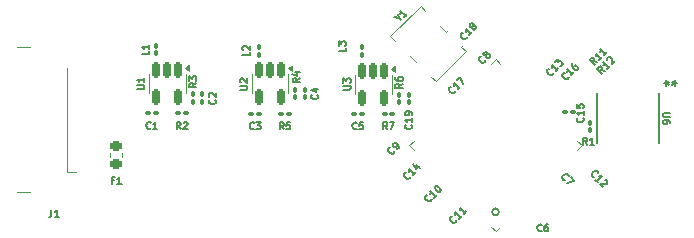
<source format=gbr>
%TF.GenerationSoftware,KiCad,Pcbnew,8.0.3*%
%TF.CreationDate,2024-09-04T14:49:45-07:00*%
%TF.ProjectId,BusinessCard,42757369-6e65-4737-9343-6172642e6b69,rev?*%
%TF.SameCoordinates,Original*%
%TF.FileFunction,Legend,Top*%
%TF.FilePolarity,Positive*%
%FSLAX46Y46*%
G04 Gerber Fmt 4.6, Leading zero omitted, Abs format (unit mm)*
G04 Created by KiCad (PCBNEW 8.0.3) date 2024-09-04 14:49:45*
%MOMM*%
%LPD*%
G01*
G04 APERTURE LIST*
G04 Aperture macros list*
%AMRoundRect*
0 Rectangle with rounded corners*
0 $1 Rounding radius*
0 $2 $3 $4 $5 $6 $7 $8 $9 X,Y pos of 4 corners*
0 Add a 4 corners polygon primitive as box body*
4,1,4,$2,$3,$4,$5,$6,$7,$8,$9,$2,$3,0*
0 Add four circle primitives for the rounded corners*
1,1,$1+$1,$2,$3*
1,1,$1+$1,$4,$5*
1,1,$1+$1,$6,$7*
1,1,$1+$1,$8,$9*
0 Add four rect primitives between the rounded corners*
20,1,$1+$1,$2,$3,$4,$5,0*
20,1,$1+$1,$4,$5,$6,$7,0*
20,1,$1+$1,$6,$7,$8,$9,0*
20,1,$1+$1,$8,$9,$2,$3,0*%
%AMHorizOval*
0 Thick line with rounded ends*
0 $1 width*
0 $2 $3 position (X,Y) of the first rounded end (center of the circle)*
0 $4 $5 position (X,Y) of the second rounded end (center of the circle)*
0 Add line between two ends*
20,1,$1,$2,$3,$4,$5,0*
0 Add two circle primitives to create the rounded ends*
1,1,$1,$2,$3*
1,1,$1,$4,$5*%
%AMRotRect*
0 Rectangle, with rotation*
0 The origin of the aperture is its center*
0 $1 length*
0 $2 width*
0 $3 Rotation angle, in degrees counterclockwise*
0 Add horizontal line*
21,1,$1,$2,0,0,$3*%
G04 Aperture macros list end*
%ADD10C,0.150000*%
%ADD11C,0.120000*%
%ADD12C,0.152400*%
%ADD13RotRect,1.400000X1.200000X135.000000*%
%ADD14RoundRect,0.100000X0.130000X0.100000X-0.130000X0.100000X-0.130000X-0.100000X0.130000X-0.100000X0*%
%ADD15RoundRect,0.100000X0.021213X0.162635X-0.162635X-0.021213X-0.021213X-0.162635X0.162635X0.021213X0*%
%ADD16RoundRect,0.100000X0.100000X-0.130000X0.100000X0.130000X-0.100000X0.130000X-0.100000X-0.130000X0*%
%ADD17RoundRect,0.100000X-0.162635X0.021213X0.021213X-0.162635X0.162635X-0.021213X-0.021213X0.162635X0*%
%ADD18RoundRect,0.100000X-0.130000X-0.100000X0.130000X-0.100000X0.130000X0.100000X-0.130000X0.100000X0*%
%ADD19R,0.558800X1.460500*%
%ADD20RoundRect,0.218750X0.256250X-0.218750X0.256250X0.218750X-0.256250X0.218750X-0.256250X-0.218750X0*%
%ADD21RoundRect,0.100000X-0.021213X-0.162635X0.162635X0.021213X0.021213X0.162635X-0.162635X-0.021213X0*%
%ADD22C,1.100000*%
%ADD23R,2.500000X1.100000*%
%ADD24O,3.500000X1.900000*%
%ADD25HorizOval,0.200000X-0.212132X0.212132X0.212132X-0.212132X0*%
%ADD26HorizOval,0.200000X0.212132X0.212132X-0.212132X-0.212132X0*%
%ADD27RotRect,6.840000X6.840000X135.000000*%
%ADD28RoundRect,0.100000X0.162635X-0.021213X-0.021213X0.162635X-0.162635X0.021213X0.021213X-0.162635X0*%
%ADD29RoundRect,0.150000X-0.150000X0.512500X-0.150000X-0.512500X0.150000X-0.512500X0.150000X0.512500X0*%
%ADD30RoundRect,0.100000X-0.100000X0.130000X-0.100000X-0.130000X0.100000X-0.130000X0.100000X0.130000X0*%
G04 APERTURE END LIST*
D10*
X218886696Y-100390757D02*
X219088726Y-100592787D01*
X218523041Y-100309944D02*
X218886696Y-100390757D01*
X218886696Y-100390757D02*
X218805884Y-100027102D01*
X219593803Y-100087711D02*
X219351366Y-100330147D01*
X219472584Y-100208929D02*
X219048320Y-99784665D01*
X219048320Y-99784665D02*
X219068523Y-99885680D01*
X219068523Y-99885680D02*
X219068523Y-99966492D01*
X219068523Y-99966492D02*
X219048320Y-100027101D01*
X197895002Y-109742628D02*
X197866430Y-109771200D01*
X197866430Y-109771200D02*
X197780716Y-109799771D01*
X197780716Y-109799771D02*
X197723573Y-109799771D01*
X197723573Y-109799771D02*
X197637859Y-109771200D01*
X197637859Y-109771200D02*
X197580716Y-109714057D01*
X197580716Y-109714057D02*
X197552145Y-109656914D01*
X197552145Y-109656914D02*
X197523573Y-109542628D01*
X197523573Y-109542628D02*
X197523573Y-109456914D01*
X197523573Y-109456914D02*
X197552145Y-109342628D01*
X197552145Y-109342628D02*
X197580716Y-109285485D01*
X197580716Y-109285485D02*
X197637859Y-109228342D01*
X197637859Y-109228342D02*
X197723573Y-109199771D01*
X197723573Y-109199771D02*
X197780716Y-109199771D01*
X197780716Y-109199771D02*
X197866430Y-109228342D01*
X197866430Y-109228342D02*
X197895002Y-109256914D01*
X198466430Y-109799771D02*
X198123573Y-109799771D01*
X198295002Y-109799771D02*
X198295002Y-109199771D01*
X198295002Y-109199771D02*
X198237859Y-109285485D01*
X198237859Y-109285485D02*
X198180716Y-109342628D01*
X198180716Y-109342628D02*
X198123573Y-109371200D01*
X219877609Y-113823092D02*
X219877609Y-113863498D01*
X219877609Y-113863498D02*
X219837203Y-113944310D01*
X219837203Y-113944310D02*
X219796797Y-113984717D01*
X219796797Y-113984717D02*
X219715985Y-114025123D01*
X219715985Y-114025123D02*
X219635173Y-114025123D01*
X219635173Y-114025123D02*
X219574563Y-114004920D01*
X219574563Y-114004920D02*
X219473548Y-113944310D01*
X219473548Y-113944310D02*
X219412939Y-113883701D01*
X219412939Y-113883701D02*
X219352330Y-113782686D01*
X219352330Y-113782686D02*
X219332127Y-113722077D01*
X219332127Y-113722077D02*
X219332127Y-113641265D01*
X219332127Y-113641265D02*
X219372533Y-113560452D01*
X219372533Y-113560452D02*
X219412939Y-113520046D01*
X219412939Y-113520046D02*
X219493751Y-113479640D01*
X219493751Y-113479640D02*
X219534157Y-113479640D01*
X220322076Y-113459437D02*
X220079640Y-113701874D01*
X220200858Y-113580655D02*
X219776594Y-113156391D01*
X219776594Y-113156391D02*
X219796797Y-113257407D01*
X219796797Y-113257407D02*
X219796797Y-113338219D01*
X219796797Y-113338219D02*
X219776594Y-113398828D01*
X220402889Y-112812939D02*
X220685731Y-113095782D01*
X220140249Y-112752330D02*
X220342280Y-113156391D01*
X220342280Y-113156391D02*
X220604919Y-112893751D01*
X197769771Y-103199999D02*
X197769771Y-103485713D01*
X197769771Y-103485713D02*
X197169771Y-103485713D01*
X197769771Y-102685714D02*
X197769771Y-103028571D01*
X197769771Y-102857142D02*
X197169771Y-102857142D01*
X197169771Y-102857142D02*
X197255485Y-102914285D01*
X197255485Y-102914285D02*
X197312628Y-102971428D01*
X197312628Y-102971428D02*
X197341200Y-103028571D01*
X235426907Y-113877609D02*
X235386501Y-113877609D01*
X235386501Y-113877609D02*
X235305689Y-113837203D01*
X235305689Y-113837203D02*
X235265282Y-113796797D01*
X235265282Y-113796797D02*
X235224876Y-113715985D01*
X235224876Y-113715985D02*
X235224876Y-113635173D01*
X235224876Y-113635173D02*
X235245079Y-113574563D01*
X235245079Y-113574563D02*
X235305689Y-113473548D01*
X235305689Y-113473548D02*
X235366298Y-113412939D01*
X235366298Y-113412939D02*
X235467313Y-113352330D01*
X235467313Y-113352330D02*
X235527922Y-113332127D01*
X235527922Y-113332127D02*
X235608734Y-113332127D01*
X235608734Y-113332127D02*
X235689547Y-113372533D01*
X235689547Y-113372533D02*
X235729953Y-113412939D01*
X235729953Y-113412939D02*
X235770359Y-113493751D01*
X235770359Y-113493751D02*
X235770359Y-113534157D01*
X235790562Y-114322076D02*
X235548125Y-114079640D01*
X235669344Y-114200858D02*
X236093608Y-113776594D01*
X236093608Y-113776594D02*
X235992592Y-113796797D01*
X235992592Y-113796797D02*
X235911780Y-113796797D01*
X235911780Y-113796797D02*
X235851171Y-113776594D01*
X236336044Y-114099843D02*
X236376451Y-114099843D01*
X236376451Y-114099843D02*
X236437060Y-114120046D01*
X236437060Y-114120046D02*
X236538075Y-114221061D01*
X236538075Y-114221061D02*
X236558278Y-114281670D01*
X236558278Y-114281670D02*
X236558278Y-114322077D01*
X236558278Y-114322077D02*
X236538075Y-114382686D01*
X236538075Y-114382686D02*
X236497669Y-114423092D01*
X236497669Y-114423092D02*
X236416857Y-114463498D01*
X236416857Y-114463498D02*
X235931983Y-114463498D01*
X235931983Y-114463498D02*
X236194623Y-114726138D01*
X203362628Y-107299999D02*
X203391200Y-107328571D01*
X203391200Y-107328571D02*
X203419771Y-107414285D01*
X203419771Y-107414285D02*
X203419771Y-107471428D01*
X203419771Y-107471428D02*
X203391200Y-107557142D01*
X203391200Y-107557142D02*
X203334057Y-107614285D01*
X203334057Y-107614285D02*
X203276914Y-107642856D01*
X203276914Y-107642856D02*
X203162628Y-107671428D01*
X203162628Y-107671428D02*
X203076914Y-107671428D01*
X203076914Y-107671428D02*
X202962628Y-107642856D01*
X202962628Y-107642856D02*
X202905485Y-107614285D01*
X202905485Y-107614285D02*
X202848342Y-107557142D01*
X202848342Y-107557142D02*
X202819771Y-107471428D01*
X202819771Y-107471428D02*
X202819771Y-107414285D01*
X202819771Y-107414285D02*
X202848342Y-107328571D01*
X202848342Y-107328571D02*
X202876914Y-107299999D01*
X202876914Y-107071428D02*
X202848342Y-107042856D01*
X202848342Y-107042856D02*
X202819771Y-106985714D01*
X202819771Y-106985714D02*
X202819771Y-106842856D01*
X202819771Y-106842856D02*
X202848342Y-106785714D01*
X202848342Y-106785714D02*
X202876914Y-106757142D01*
X202876914Y-106757142D02*
X202934057Y-106728571D01*
X202934057Y-106728571D02*
X202991200Y-106728571D01*
X202991200Y-106728571D02*
X203076914Y-106757142D01*
X203076914Y-106757142D02*
X203419771Y-107099999D01*
X203419771Y-107099999D02*
X203419771Y-106728571D01*
X234512628Y-108835714D02*
X234541200Y-108864286D01*
X234541200Y-108864286D02*
X234569771Y-108950000D01*
X234569771Y-108950000D02*
X234569771Y-109007143D01*
X234569771Y-109007143D02*
X234541200Y-109092857D01*
X234541200Y-109092857D02*
X234484057Y-109150000D01*
X234484057Y-109150000D02*
X234426914Y-109178571D01*
X234426914Y-109178571D02*
X234312628Y-109207143D01*
X234312628Y-109207143D02*
X234226914Y-109207143D01*
X234226914Y-109207143D02*
X234112628Y-109178571D01*
X234112628Y-109178571D02*
X234055485Y-109150000D01*
X234055485Y-109150000D02*
X233998342Y-109092857D01*
X233998342Y-109092857D02*
X233969771Y-109007143D01*
X233969771Y-109007143D02*
X233969771Y-108950000D01*
X233969771Y-108950000D02*
X233998342Y-108864286D01*
X233998342Y-108864286D02*
X234026914Y-108835714D01*
X234569771Y-108264286D02*
X234569771Y-108607143D01*
X234569771Y-108435714D02*
X233969771Y-108435714D01*
X233969771Y-108435714D02*
X234055485Y-108492857D01*
X234055485Y-108492857D02*
X234112628Y-108550000D01*
X234112628Y-108550000D02*
X234141200Y-108607143D01*
X233969771Y-107721428D02*
X233969771Y-108007142D01*
X233969771Y-108007142D02*
X234255485Y-108035714D01*
X234255485Y-108035714D02*
X234226914Y-108007142D01*
X234226914Y-108007142D02*
X234198342Y-107950000D01*
X234198342Y-107950000D02*
X234198342Y-107807142D01*
X234198342Y-107807142D02*
X234226914Y-107750000D01*
X234226914Y-107750000D02*
X234255485Y-107721428D01*
X234255485Y-107721428D02*
X234312628Y-107692857D01*
X234312628Y-107692857D02*
X234455485Y-107692857D01*
X234455485Y-107692857D02*
X234512628Y-107721428D01*
X234512628Y-107721428D02*
X234541200Y-107750000D01*
X234541200Y-107750000D02*
X234569771Y-107807142D01*
X234569771Y-107807142D02*
X234569771Y-107950000D01*
X234569771Y-107950000D02*
X234541200Y-108007142D01*
X234541200Y-108007142D02*
X234512628Y-108035714D01*
X241880228Y-108442857D02*
X241394514Y-108442857D01*
X241394514Y-108442857D02*
X241337371Y-108471428D01*
X241337371Y-108471428D02*
X241308800Y-108500000D01*
X241308800Y-108500000D02*
X241280228Y-108557142D01*
X241280228Y-108557142D02*
X241280228Y-108671428D01*
X241280228Y-108671428D02*
X241308800Y-108728571D01*
X241308800Y-108728571D02*
X241337371Y-108757142D01*
X241337371Y-108757142D02*
X241394514Y-108785714D01*
X241394514Y-108785714D02*
X241880228Y-108785714D01*
X241880228Y-109328571D02*
X241880228Y-109214285D01*
X241880228Y-109214285D02*
X241851657Y-109157142D01*
X241851657Y-109157142D02*
X241823085Y-109128571D01*
X241823085Y-109128571D02*
X241737371Y-109071428D01*
X241737371Y-109071428D02*
X241623085Y-109042856D01*
X241623085Y-109042856D02*
X241394514Y-109042856D01*
X241394514Y-109042856D02*
X241337371Y-109071428D01*
X241337371Y-109071428D02*
X241308800Y-109099999D01*
X241308800Y-109099999D02*
X241280228Y-109157142D01*
X241280228Y-109157142D02*
X241280228Y-109271428D01*
X241280228Y-109271428D02*
X241308800Y-109328571D01*
X241308800Y-109328571D02*
X241337371Y-109357142D01*
X241337371Y-109357142D02*
X241394514Y-109385713D01*
X241394514Y-109385713D02*
X241537371Y-109385713D01*
X241537371Y-109385713D02*
X241594514Y-109357142D01*
X241594514Y-109357142D02*
X241623085Y-109328571D01*
X241623085Y-109328571D02*
X241651657Y-109271428D01*
X241651657Y-109271428D02*
X241651657Y-109157142D01*
X241651657Y-109157142D02*
X241623085Y-109099999D01*
X241623085Y-109099999D02*
X241594514Y-109071428D01*
X241594514Y-109071428D02*
X241537371Y-109042856D01*
X242451980Y-105921850D02*
X242213885Y-105921850D01*
X242309123Y-105683755D02*
X242213885Y-105921850D01*
X242213885Y-105921850D02*
X242309123Y-106159945D01*
X242023409Y-105778993D02*
X242213885Y-105921850D01*
X242213885Y-105921850D02*
X242023409Y-106064707D01*
X241361619Y-105921849D02*
X241599714Y-105921849D01*
X241504476Y-106159944D02*
X241599714Y-105921849D01*
X241599714Y-105921849D02*
X241504476Y-105683754D01*
X241790190Y-106064706D02*
X241599714Y-105921849D01*
X241599714Y-105921849D02*
X241790190Y-105778992D01*
X194800000Y-114155485D02*
X194600000Y-114155485D01*
X194600000Y-114469771D02*
X194600000Y-113869771D01*
X194600000Y-113869771D02*
X194885714Y-113869771D01*
X195428571Y-114469771D02*
X195085714Y-114469771D01*
X195257143Y-114469771D02*
X195257143Y-113869771D01*
X195257143Y-113869771D02*
X195200000Y-113955485D01*
X195200000Y-113955485D02*
X195142857Y-114012628D01*
X195142857Y-114012628D02*
X195085714Y-114041200D01*
X206269771Y-103279999D02*
X206269771Y-103565713D01*
X206269771Y-103565713D02*
X205669771Y-103565713D01*
X205726914Y-103108571D02*
X205698342Y-103079999D01*
X205698342Y-103079999D02*
X205669771Y-103022857D01*
X205669771Y-103022857D02*
X205669771Y-102879999D01*
X205669771Y-102879999D02*
X205698342Y-102822857D01*
X205698342Y-102822857D02*
X205726914Y-102794285D01*
X205726914Y-102794285D02*
X205784057Y-102765714D01*
X205784057Y-102765714D02*
X205841200Y-102765714D01*
X205841200Y-102765714D02*
X205926914Y-102794285D01*
X205926914Y-102794285D02*
X206269771Y-103137142D01*
X206269771Y-103137142D02*
X206269771Y-102765714D01*
X218537178Y-111678599D02*
X218537178Y-111719005D01*
X218537178Y-111719005D02*
X218496772Y-111799817D01*
X218496772Y-111799817D02*
X218456366Y-111840223D01*
X218456366Y-111840223D02*
X218375554Y-111880630D01*
X218375554Y-111880630D02*
X218294742Y-111880630D01*
X218294742Y-111880630D02*
X218234132Y-111860427D01*
X218234132Y-111860427D02*
X218133117Y-111799817D01*
X218133117Y-111799817D02*
X218072508Y-111739208D01*
X218072508Y-111739208D02*
X218011899Y-111638193D01*
X218011899Y-111638193D02*
X217991696Y-111577584D01*
X217991696Y-111577584D02*
X217991696Y-111496772D01*
X217991696Y-111496772D02*
X218032102Y-111415959D01*
X218032102Y-111415959D02*
X218072508Y-111375553D01*
X218072508Y-111375553D02*
X218153320Y-111335147D01*
X218153320Y-111335147D02*
X218193726Y-111335147D01*
X218779615Y-111516975D02*
X218860427Y-111436162D01*
X218860427Y-111436162D02*
X218880630Y-111375553D01*
X218880630Y-111375553D02*
X218880630Y-111335147D01*
X218880630Y-111335147D02*
X218860427Y-111234132D01*
X218860427Y-111234132D02*
X218799818Y-111133117D01*
X218799818Y-111133117D02*
X218638193Y-110971492D01*
X218638193Y-110971492D02*
X218577584Y-110951289D01*
X218577584Y-110951289D02*
X218537178Y-110951289D01*
X218537178Y-110951289D02*
X218476569Y-110971492D01*
X218476569Y-110971492D02*
X218395757Y-111052305D01*
X218395757Y-111052305D02*
X218375554Y-111112914D01*
X218375554Y-111112914D02*
X218375554Y-111153320D01*
X218375554Y-111153320D02*
X218395757Y-111213929D01*
X218395757Y-111213929D02*
X218496772Y-111314944D01*
X218496772Y-111314944D02*
X218557381Y-111335147D01*
X218557381Y-111335147D02*
X218597787Y-111335147D01*
X218597787Y-111335147D02*
X218658396Y-111314944D01*
X218658396Y-111314944D02*
X218739209Y-111234132D01*
X218739209Y-111234132D02*
X218759412Y-111173523D01*
X218759412Y-111173523D02*
X218759412Y-111133117D01*
X218759412Y-111133117D02*
X218739209Y-111072508D01*
X214419771Y-102899999D02*
X214419771Y-103185713D01*
X214419771Y-103185713D02*
X213819771Y-103185713D01*
X213819771Y-102757142D02*
X213819771Y-102385714D01*
X213819771Y-102385714D02*
X214048342Y-102585714D01*
X214048342Y-102585714D02*
X214048342Y-102499999D01*
X214048342Y-102499999D02*
X214076914Y-102442857D01*
X214076914Y-102442857D02*
X214105485Y-102414285D01*
X214105485Y-102414285D02*
X214162628Y-102385714D01*
X214162628Y-102385714D02*
X214305485Y-102385714D01*
X214305485Y-102385714D02*
X214362628Y-102414285D01*
X214362628Y-102414285D02*
X214391200Y-102442857D01*
X214391200Y-102442857D02*
X214419771Y-102499999D01*
X214419771Y-102499999D02*
X214419771Y-102671428D01*
X214419771Y-102671428D02*
X214391200Y-102728571D01*
X214391200Y-102728571D02*
X214362628Y-102757142D01*
X206650000Y-109762628D02*
X206621428Y-109791200D01*
X206621428Y-109791200D02*
X206535714Y-109819771D01*
X206535714Y-109819771D02*
X206478571Y-109819771D01*
X206478571Y-109819771D02*
X206392857Y-109791200D01*
X206392857Y-109791200D02*
X206335714Y-109734057D01*
X206335714Y-109734057D02*
X206307143Y-109676914D01*
X206307143Y-109676914D02*
X206278571Y-109562628D01*
X206278571Y-109562628D02*
X206278571Y-109476914D01*
X206278571Y-109476914D02*
X206307143Y-109362628D01*
X206307143Y-109362628D02*
X206335714Y-109305485D01*
X206335714Y-109305485D02*
X206392857Y-109248342D01*
X206392857Y-109248342D02*
X206478571Y-109219771D01*
X206478571Y-109219771D02*
X206535714Y-109219771D01*
X206535714Y-109219771D02*
X206621428Y-109248342D01*
X206621428Y-109248342D02*
X206650000Y-109276914D01*
X206850000Y-109219771D02*
X207221428Y-109219771D01*
X207221428Y-109219771D02*
X207021428Y-109448342D01*
X207021428Y-109448342D02*
X207107143Y-109448342D01*
X207107143Y-109448342D02*
X207164286Y-109476914D01*
X207164286Y-109476914D02*
X207192857Y-109505485D01*
X207192857Y-109505485D02*
X207221428Y-109562628D01*
X207221428Y-109562628D02*
X207221428Y-109705485D01*
X207221428Y-109705485D02*
X207192857Y-109762628D01*
X207192857Y-109762628D02*
X207164286Y-109791200D01*
X207164286Y-109791200D02*
X207107143Y-109819771D01*
X207107143Y-109819771D02*
X206935714Y-109819771D01*
X206935714Y-109819771D02*
X206878571Y-109791200D01*
X206878571Y-109791200D02*
X206850000Y-109762628D01*
X215330000Y-109770818D02*
X215301428Y-109799390D01*
X215301428Y-109799390D02*
X215215714Y-109827961D01*
X215215714Y-109827961D02*
X215158571Y-109827961D01*
X215158571Y-109827961D02*
X215072857Y-109799390D01*
X215072857Y-109799390D02*
X215015714Y-109742247D01*
X215015714Y-109742247D02*
X214987143Y-109685104D01*
X214987143Y-109685104D02*
X214958571Y-109570818D01*
X214958571Y-109570818D02*
X214958571Y-109485104D01*
X214958571Y-109485104D02*
X214987143Y-109370818D01*
X214987143Y-109370818D02*
X215015714Y-109313675D01*
X215015714Y-109313675D02*
X215072857Y-109256532D01*
X215072857Y-109256532D02*
X215158571Y-109227961D01*
X215158571Y-109227961D02*
X215215714Y-109227961D01*
X215215714Y-109227961D02*
X215301428Y-109256532D01*
X215301428Y-109256532D02*
X215330000Y-109285104D01*
X215872857Y-109227961D02*
X215587143Y-109227961D01*
X215587143Y-109227961D02*
X215558571Y-109513675D01*
X215558571Y-109513675D02*
X215587143Y-109485104D01*
X215587143Y-109485104D02*
X215644286Y-109456532D01*
X215644286Y-109456532D02*
X215787143Y-109456532D01*
X215787143Y-109456532D02*
X215844286Y-109485104D01*
X215844286Y-109485104D02*
X215872857Y-109513675D01*
X215872857Y-109513675D02*
X215901428Y-109570818D01*
X215901428Y-109570818D02*
X215901428Y-109713675D01*
X215901428Y-109713675D02*
X215872857Y-109770818D01*
X215872857Y-109770818D02*
X215844286Y-109799390D01*
X215844286Y-109799390D02*
X215787143Y-109827961D01*
X215787143Y-109827961D02*
X215644286Y-109827961D01*
X215644286Y-109827961D02*
X215587143Y-109799390D01*
X215587143Y-109799390D02*
X215558571Y-109770818D01*
X189499999Y-116669771D02*
X189499999Y-117098342D01*
X189499999Y-117098342D02*
X189471428Y-117184057D01*
X189471428Y-117184057D02*
X189414285Y-117241200D01*
X189414285Y-117241200D02*
X189328571Y-117269771D01*
X189328571Y-117269771D02*
X189271428Y-117269771D01*
X190099999Y-117269771D02*
X189757142Y-117269771D01*
X189928571Y-117269771D02*
X189928571Y-116669771D01*
X189928571Y-116669771D02*
X189871428Y-116755485D01*
X189871428Y-116755485D02*
X189814285Y-116812628D01*
X189814285Y-116812628D02*
X189757142Y-116841200D01*
X231977609Y-105023092D02*
X231977609Y-105063498D01*
X231977609Y-105063498D02*
X231937203Y-105144310D01*
X231937203Y-105144310D02*
X231896797Y-105184717D01*
X231896797Y-105184717D02*
X231815985Y-105225123D01*
X231815985Y-105225123D02*
X231735173Y-105225123D01*
X231735173Y-105225123D02*
X231674563Y-105204920D01*
X231674563Y-105204920D02*
X231573548Y-105144310D01*
X231573548Y-105144310D02*
X231512939Y-105083701D01*
X231512939Y-105083701D02*
X231452330Y-104982686D01*
X231452330Y-104982686D02*
X231432127Y-104922077D01*
X231432127Y-104922077D02*
X231432127Y-104841265D01*
X231432127Y-104841265D02*
X231472533Y-104760452D01*
X231472533Y-104760452D02*
X231512939Y-104720046D01*
X231512939Y-104720046D02*
X231593751Y-104679640D01*
X231593751Y-104679640D02*
X231634157Y-104679640D01*
X232422076Y-104659437D02*
X232179640Y-104901874D01*
X232300858Y-104780655D02*
X231876594Y-104356391D01*
X231876594Y-104356391D02*
X231896797Y-104457407D01*
X231896797Y-104457407D02*
X231896797Y-104538219D01*
X231896797Y-104538219D02*
X231876594Y-104598828D01*
X232139234Y-104093751D02*
X232401873Y-103831112D01*
X232401873Y-103831112D02*
X232422077Y-104134158D01*
X232422077Y-104134158D02*
X232482686Y-104073548D01*
X232482686Y-104073548D02*
X232543295Y-104053345D01*
X232543295Y-104053345D02*
X232583701Y-104053345D01*
X232583701Y-104053345D02*
X232644310Y-104073548D01*
X232644310Y-104073548D02*
X232745325Y-104174564D01*
X232745325Y-104174564D02*
X232765528Y-104235173D01*
X232765528Y-104235173D02*
X232765528Y-104275579D01*
X232765528Y-104275579D02*
X232745325Y-104336188D01*
X232745325Y-104336188D02*
X232624107Y-104457406D01*
X232624107Y-104457406D02*
X232563498Y-104477609D01*
X232563498Y-104477609D02*
X232523092Y-104477609D01*
X233277609Y-105373092D02*
X233277609Y-105413498D01*
X233277609Y-105413498D02*
X233237203Y-105494310D01*
X233237203Y-105494310D02*
X233196797Y-105534717D01*
X233196797Y-105534717D02*
X233115985Y-105575123D01*
X233115985Y-105575123D02*
X233035173Y-105575123D01*
X233035173Y-105575123D02*
X232974563Y-105554920D01*
X232974563Y-105554920D02*
X232873548Y-105494310D01*
X232873548Y-105494310D02*
X232812939Y-105433701D01*
X232812939Y-105433701D02*
X232752330Y-105332686D01*
X232752330Y-105332686D02*
X232732127Y-105272077D01*
X232732127Y-105272077D02*
X232732127Y-105191265D01*
X232732127Y-105191265D02*
X232772533Y-105110452D01*
X232772533Y-105110452D02*
X232812939Y-105070046D01*
X232812939Y-105070046D02*
X232893751Y-105029640D01*
X232893751Y-105029640D02*
X232934157Y-105029640D01*
X233722076Y-105009437D02*
X233479640Y-105251874D01*
X233600858Y-105130655D02*
X233176594Y-104706391D01*
X233176594Y-104706391D02*
X233196797Y-104807407D01*
X233196797Y-104807407D02*
X233196797Y-104888219D01*
X233196797Y-104888219D02*
X233176594Y-104948828D01*
X233661467Y-104221518D02*
X233580655Y-104302330D01*
X233580655Y-104302330D02*
X233560452Y-104362939D01*
X233560452Y-104362939D02*
X233560452Y-104403345D01*
X233560452Y-104403345D02*
X233580655Y-104504361D01*
X233580655Y-104504361D02*
X233641264Y-104605376D01*
X233641264Y-104605376D02*
X233802889Y-104767000D01*
X233802889Y-104767000D02*
X233863498Y-104787203D01*
X233863498Y-104787203D02*
X233903904Y-104787203D01*
X233903904Y-104787203D02*
X233964513Y-104767000D01*
X233964513Y-104767000D02*
X234045325Y-104686188D01*
X234045325Y-104686188D02*
X234065528Y-104625579D01*
X234065528Y-104625579D02*
X234065528Y-104585173D01*
X234065528Y-104585173D02*
X234045325Y-104524564D01*
X234045325Y-104524564D02*
X233944310Y-104423548D01*
X233944310Y-104423548D02*
X233883701Y-104403345D01*
X233883701Y-104403345D02*
X233843295Y-104403345D01*
X233843295Y-104403345D02*
X233782686Y-104423548D01*
X233782686Y-104423548D02*
X233701873Y-104504361D01*
X233701873Y-104504361D02*
X233681670Y-104564970D01*
X233681670Y-104564970D02*
X233681670Y-104605376D01*
X233681670Y-104605376D02*
X233701873Y-104665985D01*
X231000000Y-118412628D02*
X230971428Y-118441200D01*
X230971428Y-118441200D02*
X230885714Y-118469771D01*
X230885714Y-118469771D02*
X230828571Y-118469771D01*
X230828571Y-118469771D02*
X230742857Y-118441200D01*
X230742857Y-118441200D02*
X230685714Y-118384057D01*
X230685714Y-118384057D02*
X230657143Y-118326914D01*
X230657143Y-118326914D02*
X230628571Y-118212628D01*
X230628571Y-118212628D02*
X230628571Y-118126914D01*
X230628571Y-118126914D02*
X230657143Y-118012628D01*
X230657143Y-118012628D02*
X230685714Y-117955485D01*
X230685714Y-117955485D02*
X230742857Y-117898342D01*
X230742857Y-117898342D02*
X230828571Y-117869771D01*
X230828571Y-117869771D02*
X230885714Y-117869771D01*
X230885714Y-117869771D02*
X230971428Y-117898342D01*
X230971428Y-117898342D02*
X231000000Y-117926914D01*
X231514286Y-117869771D02*
X231400000Y-117869771D01*
X231400000Y-117869771D02*
X231342857Y-117898342D01*
X231342857Y-117898342D02*
X231314286Y-117926914D01*
X231314286Y-117926914D02*
X231257143Y-118012628D01*
X231257143Y-118012628D02*
X231228571Y-118126914D01*
X231228571Y-118126914D02*
X231228571Y-118355485D01*
X231228571Y-118355485D02*
X231257143Y-118412628D01*
X231257143Y-118412628D02*
X231285714Y-118441200D01*
X231285714Y-118441200D02*
X231342857Y-118469771D01*
X231342857Y-118469771D02*
X231457143Y-118469771D01*
X231457143Y-118469771D02*
X231514286Y-118441200D01*
X231514286Y-118441200D02*
X231542857Y-118412628D01*
X231542857Y-118412628D02*
X231571428Y-118355485D01*
X231571428Y-118355485D02*
X231571428Y-118212628D01*
X231571428Y-118212628D02*
X231542857Y-118155485D01*
X231542857Y-118155485D02*
X231514286Y-118126914D01*
X231514286Y-118126914D02*
X231457143Y-118098342D01*
X231457143Y-118098342D02*
X231342857Y-118098342D01*
X231342857Y-118098342D02*
X231285714Y-118126914D01*
X231285714Y-118126914D02*
X231257143Y-118155485D01*
X231257143Y-118155485D02*
X231228571Y-118212628D01*
X196769771Y-106399642D02*
X197255485Y-106399642D01*
X197255485Y-106399642D02*
X197312628Y-106371071D01*
X197312628Y-106371071D02*
X197341200Y-106342500D01*
X197341200Y-106342500D02*
X197369771Y-106285357D01*
X197369771Y-106285357D02*
X197369771Y-106171071D01*
X197369771Y-106171071D02*
X197341200Y-106113928D01*
X197341200Y-106113928D02*
X197312628Y-106085357D01*
X197312628Y-106085357D02*
X197255485Y-106056785D01*
X197255485Y-106056785D02*
X196769771Y-106056785D01*
X197369771Y-105456786D02*
X197369771Y-105799643D01*
X197369771Y-105628214D02*
X196769771Y-105628214D01*
X196769771Y-105628214D02*
X196855485Y-105685357D01*
X196855485Y-105685357D02*
X196912628Y-105742500D01*
X196912628Y-105742500D02*
X196941200Y-105799643D01*
X209150000Y-109819771D02*
X208950000Y-109534057D01*
X208807143Y-109819771D02*
X208807143Y-109219771D01*
X208807143Y-109219771D02*
X209035714Y-109219771D01*
X209035714Y-109219771D02*
X209092857Y-109248342D01*
X209092857Y-109248342D02*
X209121428Y-109276914D01*
X209121428Y-109276914D02*
X209150000Y-109334057D01*
X209150000Y-109334057D02*
X209150000Y-109419771D01*
X209150000Y-109419771D02*
X209121428Y-109476914D01*
X209121428Y-109476914D02*
X209092857Y-109505485D01*
X209092857Y-109505485D02*
X209035714Y-109534057D01*
X209035714Y-109534057D02*
X208807143Y-109534057D01*
X209692857Y-109219771D02*
X209407143Y-109219771D01*
X209407143Y-109219771D02*
X209378571Y-109505485D01*
X209378571Y-109505485D02*
X209407143Y-109476914D01*
X209407143Y-109476914D02*
X209464286Y-109448342D01*
X209464286Y-109448342D02*
X209607143Y-109448342D01*
X209607143Y-109448342D02*
X209664286Y-109476914D01*
X209664286Y-109476914D02*
X209692857Y-109505485D01*
X209692857Y-109505485D02*
X209721428Y-109562628D01*
X209721428Y-109562628D02*
X209721428Y-109705485D01*
X209721428Y-109705485D02*
X209692857Y-109762628D01*
X209692857Y-109762628D02*
X209664286Y-109791200D01*
X209664286Y-109791200D02*
X209607143Y-109819771D01*
X209607143Y-109819771D02*
X209464286Y-109819771D01*
X209464286Y-109819771D02*
X209407143Y-109791200D01*
X209407143Y-109791200D02*
X209378571Y-109762628D01*
X223777609Y-117523092D02*
X223777609Y-117563498D01*
X223777609Y-117563498D02*
X223737203Y-117644310D01*
X223737203Y-117644310D02*
X223696797Y-117684717D01*
X223696797Y-117684717D02*
X223615985Y-117725123D01*
X223615985Y-117725123D02*
X223535173Y-117725123D01*
X223535173Y-117725123D02*
X223474563Y-117704920D01*
X223474563Y-117704920D02*
X223373548Y-117644310D01*
X223373548Y-117644310D02*
X223312939Y-117583701D01*
X223312939Y-117583701D02*
X223252330Y-117482686D01*
X223252330Y-117482686D02*
X223232127Y-117422077D01*
X223232127Y-117422077D02*
X223232127Y-117341265D01*
X223232127Y-117341265D02*
X223272533Y-117260452D01*
X223272533Y-117260452D02*
X223312939Y-117220046D01*
X223312939Y-117220046D02*
X223393751Y-117179640D01*
X223393751Y-117179640D02*
X223434157Y-117179640D01*
X224222076Y-117159437D02*
X223979640Y-117401874D01*
X224100858Y-117280655D02*
X223676594Y-116856391D01*
X223676594Y-116856391D02*
X223696797Y-116957407D01*
X223696797Y-116957407D02*
X223696797Y-117038219D01*
X223696797Y-117038219D02*
X223676594Y-117098828D01*
X224626138Y-116755376D02*
X224383701Y-116997812D01*
X224504919Y-116876594D02*
X224080655Y-116452330D01*
X224080655Y-116452330D02*
X224100858Y-116553345D01*
X224100858Y-116553345D02*
X224100858Y-116634158D01*
X224100858Y-116634158D02*
X224080655Y-116694767D01*
X224677609Y-101973092D02*
X224677609Y-102013498D01*
X224677609Y-102013498D02*
X224637203Y-102094310D01*
X224637203Y-102094310D02*
X224596797Y-102134717D01*
X224596797Y-102134717D02*
X224515985Y-102175123D01*
X224515985Y-102175123D02*
X224435173Y-102175123D01*
X224435173Y-102175123D02*
X224374563Y-102154920D01*
X224374563Y-102154920D02*
X224273548Y-102094310D01*
X224273548Y-102094310D02*
X224212939Y-102033701D01*
X224212939Y-102033701D02*
X224152330Y-101932686D01*
X224152330Y-101932686D02*
X224132127Y-101872077D01*
X224132127Y-101872077D02*
X224132127Y-101791265D01*
X224132127Y-101791265D02*
X224172533Y-101710452D01*
X224172533Y-101710452D02*
X224212939Y-101670046D01*
X224212939Y-101670046D02*
X224293751Y-101629640D01*
X224293751Y-101629640D02*
X224334157Y-101629640D01*
X225122076Y-101609437D02*
X224879640Y-101851874D01*
X225000858Y-101730655D02*
X224576594Y-101306391D01*
X224576594Y-101306391D02*
X224596797Y-101407407D01*
X224596797Y-101407407D02*
X224596797Y-101488219D01*
X224596797Y-101488219D02*
X224576594Y-101548828D01*
X225122077Y-101124564D02*
X225061467Y-101144767D01*
X225061467Y-101144767D02*
X225021061Y-101144767D01*
X225021061Y-101144767D02*
X224960452Y-101124564D01*
X224960452Y-101124564D02*
X224940249Y-101104361D01*
X224940249Y-101104361D02*
X224920046Y-101043751D01*
X224920046Y-101043751D02*
X224920046Y-101003345D01*
X224920046Y-101003345D02*
X224940249Y-100942736D01*
X224940249Y-100942736D02*
X225021061Y-100861924D01*
X225021061Y-100861924D02*
X225081670Y-100841721D01*
X225081670Y-100841721D02*
X225122077Y-100841721D01*
X225122077Y-100841721D02*
X225182686Y-100861924D01*
X225182686Y-100861924D02*
X225202889Y-100882127D01*
X225202889Y-100882127D02*
X225223092Y-100942736D01*
X225223092Y-100942736D02*
X225223092Y-100983142D01*
X225223092Y-100983142D02*
X225202889Y-101043751D01*
X225202889Y-101043751D02*
X225122077Y-101124564D01*
X225122077Y-101124564D02*
X225101873Y-101185173D01*
X225101873Y-101185173D02*
X225101873Y-101225579D01*
X225101873Y-101225579D02*
X225122077Y-101286188D01*
X225122077Y-101286188D02*
X225202889Y-101367000D01*
X225202889Y-101367000D02*
X225263498Y-101387203D01*
X225263498Y-101387203D02*
X225303904Y-101387203D01*
X225303904Y-101387203D02*
X225364513Y-101367000D01*
X225364513Y-101367000D02*
X225445325Y-101286188D01*
X225445325Y-101286188D02*
X225465528Y-101225579D01*
X225465528Y-101225579D02*
X225465528Y-101185173D01*
X225465528Y-101185173D02*
X225445325Y-101124564D01*
X225445325Y-101124564D02*
X225364513Y-101043751D01*
X225364513Y-101043751D02*
X225303904Y-101023548D01*
X225303904Y-101023548D02*
X225263498Y-101023548D01*
X225263498Y-101023548D02*
X225202889Y-101043751D01*
X223677609Y-106565554D02*
X223677609Y-106605960D01*
X223677609Y-106605960D02*
X223637203Y-106686772D01*
X223637203Y-106686772D02*
X223596797Y-106727179D01*
X223596797Y-106727179D02*
X223515985Y-106767585D01*
X223515985Y-106767585D02*
X223435173Y-106767585D01*
X223435173Y-106767585D02*
X223374563Y-106747382D01*
X223374563Y-106747382D02*
X223273548Y-106686772D01*
X223273548Y-106686772D02*
X223212939Y-106626163D01*
X223212939Y-106626163D02*
X223152330Y-106525148D01*
X223152330Y-106525148D02*
X223132127Y-106464539D01*
X223132127Y-106464539D02*
X223132127Y-106383727D01*
X223132127Y-106383727D02*
X223172533Y-106302914D01*
X223172533Y-106302914D02*
X223212939Y-106262508D01*
X223212939Y-106262508D02*
X223293751Y-106222102D01*
X223293751Y-106222102D02*
X223334157Y-106222102D01*
X224122076Y-106201899D02*
X223879640Y-106444336D01*
X224000858Y-106323117D02*
X223576594Y-105898853D01*
X223576594Y-105898853D02*
X223596797Y-105999869D01*
X223596797Y-105999869D02*
X223596797Y-106080681D01*
X223596797Y-106080681D02*
X223576594Y-106141290D01*
X223839234Y-105636213D02*
X224122077Y-105353371D01*
X224122077Y-105353371D02*
X224364513Y-105959462D01*
X217930000Y-109827961D02*
X217730000Y-109542247D01*
X217587143Y-109827961D02*
X217587143Y-109227961D01*
X217587143Y-109227961D02*
X217815714Y-109227961D01*
X217815714Y-109227961D02*
X217872857Y-109256532D01*
X217872857Y-109256532D02*
X217901428Y-109285104D01*
X217901428Y-109285104D02*
X217930000Y-109342247D01*
X217930000Y-109342247D02*
X217930000Y-109427961D01*
X217930000Y-109427961D02*
X217901428Y-109485104D01*
X217901428Y-109485104D02*
X217872857Y-109513675D01*
X217872857Y-109513675D02*
X217815714Y-109542247D01*
X217815714Y-109542247D02*
X217587143Y-109542247D01*
X218130000Y-109227961D02*
X218530000Y-109227961D01*
X218530000Y-109227961D02*
X218272857Y-109827961D01*
X205469771Y-106457142D02*
X205955485Y-106457142D01*
X205955485Y-106457142D02*
X206012628Y-106428571D01*
X206012628Y-106428571D02*
X206041200Y-106400000D01*
X206041200Y-106400000D02*
X206069771Y-106342857D01*
X206069771Y-106342857D02*
X206069771Y-106228571D01*
X206069771Y-106228571D02*
X206041200Y-106171428D01*
X206041200Y-106171428D02*
X206012628Y-106142857D01*
X206012628Y-106142857D02*
X205955485Y-106114285D01*
X205955485Y-106114285D02*
X205469771Y-106114285D01*
X205526914Y-105857143D02*
X205498342Y-105828571D01*
X205498342Y-105828571D02*
X205469771Y-105771429D01*
X205469771Y-105771429D02*
X205469771Y-105628571D01*
X205469771Y-105628571D02*
X205498342Y-105571429D01*
X205498342Y-105571429D02*
X205526914Y-105542857D01*
X205526914Y-105542857D02*
X205584057Y-105514286D01*
X205584057Y-105514286D02*
X205641200Y-105514286D01*
X205641200Y-105514286D02*
X205726914Y-105542857D01*
X205726914Y-105542857D02*
X206069771Y-105885714D01*
X206069771Y-105885714D02*
X206069771Y-105514286D01*
X234850000Y-111119771D02*
X234650000Y-110834057D01*
X234507143Y-111119771D02*
X234507143Y-110519771D01*
X234507143Y-110519771D02*
X234735714Y-110519771D01*
X234735714Y-110519771D02*
X234792857Y-110548342D01*
X234792857Y-110548342D02*
X234821428Y-110576914D01*
X234821428Y-110576914D02*
X234850000Y-110634057D01*
X234850000Y-110634057D02*
X234850000Y-110719771D01*
X234850000Y-110719771D02*
X234821428Y-110776914D01*
X234821428Y-110776914D02*
X234792857Y-110805485D01*
X234792857Y-110805485D02*
X234735714Y-110834057D01*
X234735714Y-110834057D02*
X234507143Y-110834057D01*
X235421428Y-111119771D02*
X235078571Y-111119771D01*
X235250000Y-111119771D02*
X235250000Y-110519771D01*
X235250000Y-110519771D02*
X235192857Y-110605485D01*
X235192857Y-110605485D02*
X235135714Y-110662628D01*
X235135714Y-110662628D02*
X235078571Y-110691200D01*
X201769771Y-105899999D02*
X201484057Y-106099999D01*
X201769771Y-106242856D02*
X201169771Y-106242856D01*
X201169771Y-106242856D02*
X201169771Y-106014285D01*
X201169771Y-106014285D02*
X201198342Y-105957142D01*
X201198342Y-105957142D02*
X201226914Y-105928571D01*
X201226914Y-105928571D02*
X201284057Y-105899999D01*
X201284057Y-105899999D02*
X201369771Y-105899999D01*
X201369771Y-105899999D02*
X201426914Y-105928571D01*
X201426914Y-105928571D02*
X201455485Y-105957142D01*
X201455485Y-105957142D02*
X201484057Y-106014285D01*
X201484057Y-106014285D02*
X201484057Y-106242856D01*
X201169771Y-105699999D02*
X201169771Y-105328571D01*
X201169771Y-105328571D02*
X201398342Y-105528571D01*
X201398342Y-105528571D02*
X201398342Y-105442856D01*
X201398342Y-105442856D02*
X201426914Y-105385714D01*
X201426914Y-105385714D02*
X201455485Y-105357142D01*
X201455485Y-105357142D02*
X201512628Y-105328571D01*
X201512628Y-105328571D02*
X201655485Y-105328571D01*
X201655485Y-105328571D02*
X201712628Y-105357142D01*
X201712628Y-105357142D02*
X201741200Y-105385714D01*
X201741200Y-105385714D02*
X201769771Y-105442856D01*
X201769771Y-105442856D02*
X201769771Y-105614285D01*
X201769771Y-105614285D02*
X201741200Y-105671428D01*
X201741200Y-105671428D02*
X201712628Y-105699999D01*
X219962628Y-109435714D02*
X219991200Y-109464286D01*
X219991200Y-109464286D02*
X220019771Y-109550000D01*
X220019771Y-109550000D02*
X220019771Y-109607143D01*
X220019771Y-109607143D02*
X219991200Y-109692857D01*
X219991200Y-109692857D02*
X219934057Y-109750000D01*
X219934057Y-109750000D02*
X219876914Y-109778571D01*
X219876914Y-109778571D02*
X219762628Y-109807143D01*
X219762628Y-109807143D02*
X219676914Y-109807143D01*
X219676914Y-109807143D02*
X219562628Y-109778571D01*
X219562628Y-109778571D02*
X219505485Y-109750000D01*
X219505485Y-109750000D02*
X219448342Y-109692857D01*
X219448342Y-109692857D02*
X219419771Y-109607143D01*
X219419771Y-109607143D02*
X219419771Y-109550000D01*
X219419771Y-109550000D02*
X219448342Y-109464286D01*
X219448342Y-109464286D02*
X219476914Y-109435714D01*
X220019771Y-108864286D02*
X220019771Y-109207143D01*
X220019771Y-109035714D02*
X219419771Y-109035714D01*
X219419771Y-109035714D02*
X219505485Y-109092857D01*
X219505485Y-109092857D02*
X219562628Y-109150000D01*
X219562628Y-109150000D02*
X219591200Y-109207143D01*
X220019771Y-108578571D02*
X220019771Y-108464285D01*
X220019771Y-108464285D02*
X219991200Y-108407142D01*
X219991200Y-108407142D02*
X219962628Y-108378571D01*
X219962628Y-108378571D02*
X219876914Y-108321428D01*
X219876914Y-108321428D02*
X219762628Y-108292857D01*
X219762628Y-108292857D02*
X219534057Y-108292857D01*
X219534057Y-108292857D02*
X219476914Y-108321428D01*
X219476914Y-108321428D02*
X219448342Y-108350000D01*
X219448342Y-108350000D02*
X219419771Y-108407142D01*
X219419771Y-108407142D02*
X219419771Y-108521428D01*
X219419771Y-108521428D02*
X219448342Y-108578571D01*
X219448342Y-108578571D02*
X219476914Y-108607142D01*
X219476914Y-108607142D02*
X219534057Y-108635714D01*
X219534057Y-108635714D02*
X219676914Y-108635714D01*
X219676914Y-108635714D02*
X219734057Y-108607142D01*
X219734057Y-108607142D02*
X219762628Y-108578571D01*
X219762628Y-108578571D02*
X219791200Y-108521428D01*
X219791200Y-108521428D02*
X219791200Y-108407142D01*
X219791200Y-108407142D02*
X219762628Y-108350000D01*
X219762628Y-108350000D02*
X219734057Y-108321428D01*
X219734057Y-108321428D02*
X219676914Y-108292857D01*
X219219771Y-105949999D02*
X218934057Y-106149999D01*
X219219771Y-106292856D02*
X218619771Y-106292856D01*
X218619771Y-106292856D02*
X218619771Y-106064285D01*
X218619771Y-106064285D02*
X218648342Y-106007142D01*
X218648342Y-106007142D02*
X218676914Y-105978571D01*
X218676914Y-105978571D02*
X218734057Y-105949999D01*
X218734057Y-105949999D02*
X218819771Y-105949999D01*
X218819771Y-105949999D02*
X218876914Y-105978571D01*
X218876914Y-105978571D02*
X218905485Y-106007142D01*
X218905485Y-106007142D02*
X218934057Y-106064285D01*
X218934057Y-106064285D02*
X218934057Y-106292856D01*
X218619771Y-105435714D02*
X218619771Y-105549999D01*
X218619771Y-105549999D02*
X218648342Y-105607142D01*
X218648342Y-105607142D02*
X218676914Y-105635714D01*
X218676914Y-105635714D02*
X218762628Y-105692856D01*
X218762628Y-105692856D02*
X218876914Y-105721428D01*
X218876914Y-105721428D02*
X219105485Y-105721428D01*
X219105485Y-105721428D02*
X219162628Y-105692856D01*
X219162628Y-105692856D02*
X219191200Y-105664285D01*
X219191200Y-105664285D02*
X219219771Y-105607142D01*
X219219771Y-105607142D02*
X219219771Y-105492856D01*
X219219771Y-105492856D02*
X219191200Y-105435714D01*
X219191200Y-105435714D02*
X219162628Y-105407142D01*
X219162628Y-105407142D02*
X219105485Y-105378571D01*
X219105485Y-105378571D02*
X218962628Y-105378571D01*
X218962628Y-105378571D02*
X218905485Y-105407142D01*
X218905485Y-105407142D02*
X218876914Y-105435714D01*
X218876914Y-105435714D02*
X218848342Y-105492856D01*
X218848342Y-105492856D02*
X218848342Y-105607142D01*
X218848342Y-105607142D02*
X218876914Y-105664285D01*
X218876914Y-105664285D02*
X218905485Y-105692856D01*
X218905485Y-105692856D02*
X218962628Y-105721428D01*
X235718015Y-104113498D02*
X235374563Y-104052889D01*
X235475579Y-104355935D02*
X235051315Y-103931671D01*
X235051315Y-103931671D02*
X235212939Y-103770046D01*
X235212939Y-103770046D02*
X235273548Y-103749843D01*
X235273548Y-103749843D02*
X235313954Y-103749843D01*
X235313954Y-103749843D02*
X235374563Y-103770046D01*
X235374563Y-103770046D02*
X235435173Y-103830655D01*
X235435173Y-103830655D02*
X235455376Y-103891265D01*
X235455376Y-103891265D02*
X235455376Y-103931671D01*
X235455376Y-103931671D02*
X235435173Y-103992280D01*
X235435173Y-103992280D02*
X235273548Y-104153904D01*
X236122076Y-103709437D02*
X235879640Y-103951874D01*
X236000858Y-103830655D02*
X235576594Y-103406391D01*
X235576594Y-103406391D02*
X235596797Y-103507407D01*
X235596797Y-103507407D02*
X235596797Y-103588219D01*
X235596797Y-103588219D02*
X235576594Y-103648828D01*
X236526138Y-103305376D02*
X236283701Y-103547812D01*
X236404919Y-103426594D02*
X235980655Y-103002330D01*
X235980655Y-103002330D02*
X236000858Y-103103345D01*
X236000858Y-103103345D02*
X236000858Y-103184158D01*
X236000858Y-103184158D02*
X235980655Y-103244767D01*
X212012628Y-106899999D02*
X212041200Y-106928571D01*
X212041200Y-106928571D02*
X212069771Y-107014285D01*
X212069771Y-107014285D02*
X212069771Y-107071428D01*
X212069771Y-107071428D02*
X212041200Y-107157142D01*
X212041200Y-107157142D02*
X211984057Y-107214285D01*
X211984057Y-107214285D02*
X211926914Y-107242856D01*
X211926914Y-107242856D02*
X211812628Y-107271428D01*
X211812628Y-107271428D02*
X211726914Y-107271428D01*
X211726914Y-107271428D02*
X211612628Y-107242856D01*
X211612628Y-107242856D02*
X211555485Y-107214285D01*
X211555485Y-107214285D02*
X211498342Y-107157142D01*
X211498342Y-107157142D02*
X211469771Y-107071428D01*
X211469771Y-107071428D02*
X211469771Y-107014285D01*
X211469771Y-107014285D02*
X211498342Y-106928571D01*
X211498342Y-106928571D02*
X211526914Y-106899999D01*
X211669771Y-106385714D02*
X212069771Y-106385714D01*
X211441200Y-106528571D02*
X211869771Y-106671428D01*
X211869771Y-106671428D02*
X211869771Y-106299999D01*
X236368015Y-104863498D02*
X236024563Y-104802889D01*
X236125579Y-105105935D02*
X235701315Y-104681671D01*
X235701315Y-104681671D02*
X235862939Y-104520046D01*
X235862939Y-104520046D02*
X235923548Y-104499843D01*
X235923548Y-104499843D02*
X235963954Y-104499843D01*
X235963954Y-104499843D02*
X236024563Y-104520046D01*
X236024563Y-104520046D02*
X236085173Y-104580655D01*
X236085173Y-104580655D02*
X236105376Y-104641265D01*
X236105376Y-104641265D02*
X236105376Y-104681671D01*
X236105376Y-104681671D02*
X236085173Y-104742280D01*
X236085173Y-104742280D02*
X235923548Y-104903904D01*
X236772076Y-104459437D02*
X236529640Y-104701874D01*
X236650858Y-104580655D02*
X236226594Y-104156391D01*
X236226594Y-104156391D02*
X236246797Y-104257407D01*
X236246797Y-104257407D02*
X236246797Y-104338219D01*
X236246797Y-104338219D02*
X236226594Y-104398828D01*
X236549843Y-103913955D02*
X236549843Y-103873548D01*
X236549843Y-103873548D02*
X236570046Y-103812939D01*
X236570046Y-103812939D02*
X236671061Y-103711924D01*
X236671061Y-103711924D02*
X236731670Y-103691721D01*
X236731670Y-103691721D02*
X236772077Y-103691721D01*
X236772077Y-103691721D02*
X236832686Y-103711924D01*
X236832686Y-103711924D02*
X236873092Y-103752330D01*
X236873092Y-103752330D02*
X236913498Y-103833142D01*
X236913498Y-103833142D02*
X236913498Y-104318016D01*
X236913498Y-104318016D02*
X237176138Y-104055376D01*
X232936476Y-114122102D02*
X232896070Y-114122102D01*
X232896070Y-114122102D02*
X232815258Y-114081696D01*
X232815258Y-114081696D02*
X232774852Y-114041290D01*
X232774852Y-114041290D02*
X232734445Y-113960478D01*
X232734445Y-113960478D02*
X232734445Y-113879666D01*
X232734445Y-113879666D02*
X232754648Y-113819056D01*
X232754648Y-113819056D02*
X232815258Y-113718041D01*
X232815258Y-113718041D02*
X232875867Y-113657432D01*
X232875867Y-113657432D02*
X232976882Y-113596823D01*
X232976882Y-113596823D02*
X233037491Y-113576620D01*
X233037491Y-113576620D02*
X233118303Y-113576620D01*
X233118303Y-113576620D02*
X233199116Y-113617026D01*
X233199116Y-113617026D02*
X233239522Y-113657432D01*
X233239522Y-113657432D02*
X233279928Y-113738244D01*
X233279928Y-113738244D02*
X233279928Y-113778650D01*
X233461755Y-113879666D02*
X233744598Y-114162508D01*
X233744598Y-114162508D02*
X233138506Y-114404945D01*
X200450000Y-109799771D02*
X200250000Y-109514057D01*
X200107143Y-109799771D02*
X200107143Y-109199771D01*
X200107143Y-109199771D02*
X200335714Y-109199771D01*
X200335714Y-109199771D02*
X200392857Y-109228342D01*
X200392857Y-109228342D02*
X200421428Y-109256914D01*
X200421428Y-109256914D02*
X200450000Y-109314057D01*
X200450000Y-109314057D02*
X200450000Y-109399771D01*
X200450000Y-109399771D02*
X200421428Y-109456914D01*
X200421428Y-109456914D02*
X200392857Y-109485485D01*
X200392857Y-109485485D02*
X200335714Y-109514057D01*
X200335714Y-109514057D02*
X200107143Y-109514057D01*
X200678571Y-109256914D02*
X200707143Y-109228342D01*
X200707143Y-109228342D02*
X200764286Y-109199771D01*
X200764286Y-109199771D02*
X200907143Y-109199771D01*
X200907143Y-109199771D02*
X200964286Y-109228342D01*
X200964286Y-109228342D02*
X200992857Y-109256914D01*
X200992857Y-109256914D02*
X201021428Y-109314057D01*
X201021428Y-109314057D02*
X201021428Y-109371200D01*
X201021428Y-109371200D02*
X200992857Y-109456914D01*
X200992857Y-109456914D02*
X200650000Y-109799771D01*
X200650000Y-109799771D02*
X201021428Y-109799771D01*
X221677609Y-115723092D02*
X221677609Y-115763498D01*
X221677609Y-115763498D02*
X221637203Y-115844310D01*
X221637203Y-115844310D02*
X221596797Y-115884717D01*
X221596797Y-115884717D02*
X221515985Y-115925123D01*
X221515985Y-115925123D02*
X221435173Y-115925123D01*
X221435173Y-115925123D02*
X221374563Y-115904920D01*
X221374563Y-115904920D02*
X221273548Y-115844310D01*
X221273548Y-115844310D02*
X221212939Y-115783701D01*
X221212939Y-115783701D02*
X221152330Y-115682686D01*
X221152330Y-115682686D02*
X221132127Y-115622077D01*
X221132127Y-115622077D02*
X221132127Y-115541265D01*
X221132127Y-115541265D02*
X221172533Y-115460452D01*
X221172533Y-115460452D02*
X221212939Y-115420046D01*
X221212939Y-115420046D02*
X221293751Y-115379640D01*
X221293751Y-115379640D02*
X221334157Y-115379640D01*
X222122076Y-115359437D02*
X221879640Y-115601874D01*
X222000858Y-115480655D02*
X221576594Y-115056391D01*
X221576594Y-115056391D02*
X221596797Y-115157407D01*
X221596797Y-115157407D02*
X221596797Y-115238219D01*
X221596797Y-115238219D02*
X221576594Y-115298828D01*
X221960452Y-114672533D02*
X222000858Y-114632127D01*
X222000858Y-114632127D02*
X222061467Y-114611924D01*
X222061467Y-114611924D02*
X222101873Y-114611924D01*
X222101873Y-114611924D02*
X222162483Y-114632127D01*
X222162483Y-114632127D02*
X222263498Y-114692736D01*
X222263498Y-114692736D02*
X222364513Y-114793751D01*
X222364513Y-114793751D02*
X222425122Y-114894767D01*
X222425122Y-114894767D02*
X222445325Y-114955376D01*
X222445325Y-114955376D02*
X222445325Y-114995782D01*
X222445325Y-114995782D02*
X222425122Y-115056391D01*
X222425122Y-115056391D02*
X222384716Y-115096797D01*
X222384716Y-115096797D02*
X222324107Y-115117000D01*
X222324107Y-115117000D02*
X222283701Y-115117000D01*
X222283701Y-115117000D02*
X222223092Y-115096797D01*
X222223092Y-115096797D02*
X222122077Y-115036188D01*
X222122077Y-115036188D02*
X222021061Y-114935173D01*
X222021061Y-114935173D02*
X221960452Y-114834158D01*
X221960452Y-114834158D02*
X221940249Y-114773548D01*
X221940249Y-114773548D02*
X221940249Y-114733142D01*
X221940249Y-114733142D02*
X221960452Y-114672533D01*
X210519771Y-105499999D02*
X210234057Y-105699999D01*
X210519771Y-105842856D02*
X209919771Y-105842856D01*
X209919771Y-105842856D02*
X209919771Y-105614285D01*
X209919771Y-105614285D02*
X209948342Y-105557142D01*
X209948342Y-105557142D02*
X209976914Y-105528571D01*
X209976914Y-105528571D02*
X210034057Y-105499999D01*
X210034057Y-105499999D02*
X210119771Y-105499999D01*
X210119771Y-105499999D02*
X210176914Y-105528571D01*
X210176914Y-105528571D02*
X210205485Y-105557142D01*
X210205485Y-105557142D02*
X210234057Y-105614285D01*
X210234057Y-105614285D02*
X210234057Y-105842856D01*
X210119771Y-104985714D02*
X210519771Y-104985714D01*
X209891200Y-105128571D02*
X210319771Y-105271428D01*
X210319771Y-105271428D02*
X210319771Y-104899999D01*
X214219771Y-106457142D02*
X214705485Y-106457142D01*
X214705485Y-106457142D02*
X214762628Y-106428571D01*
X214762628Y-106428571D02*
X214791200Y-106400000D01*
X214791200Y-106400000D02*
X214819771Y-106342857D01*
X214819771Y-106342857D02*
X214819771Y-106228571D01*
X214819771Y-106228571D02*
X214791200Y-106171428D01*
X214791200Y-106171428D02*
X214762628Y-106142857D01*
X214762628Y-106142857D02*
X214705485Y-106114285D01*
X214705485Y-106114285D02*
X214219771Y-106114285D01*
X214219771Y-105885714D02*
X214219771Y-105514286D01*
X214219771Y-105514286D02*
X214448342Y-105714286D01*
X214448342Y-105714286D02*
X214448342Y-105628571D01*
X214448342Y-105628571D02*
X214476914Y-105571429D01*
X214476914Y-105571429D02*
X214505485Y-105542857D01*
X214505485Y-105542857D02*
X214562628Y-105514286D01*
X214562628Y-105514286D02*
X214705485Y-105514286D01*
X214705485Y-105514286D02*
X214762628Y-105542857D01*
X214762628Y-105542857D02*
X214791200Y-105571429D01*
X214791200Y-105571429D02*
X214819771Y-105628571D01*
X214819771Y-105628571D02*
X214819771Y-105800000D01*
X214819771Y-105800000D02*
X214791200Y-105857143D01*
X214791200Y-105857143D02*
X214762628Y-105885714D01*
X226229640Y-103971061D02*
X226229640Y-104011467D01*
X226229640Y-104011467D02*
X226189234Y-104092279D01*
X226189234Y-104092279D02*
X226148828Y-104132685D01*
X226148828Y-104132685D02*
X226068016Y-104173092D01*
X226068016Y-104173092D02*
X225987204Y-104173092D01*
X225987204Y-104173092D02*
X225926594Y-104152889D01*
X225926594Y-104152889D02*
X225825579Y-104092279D01*
X225825579Y-104092279D02*
X225764970Y-104031670D01*
X225764970Y-104031670D02*
X225704361Y-103930655D01*
X225704361Y-103930655D02*
X225684158Y-103870046D01*
X225684158Y-103870046D02*
X225684158Y-103789234D01*
X225684158Y-103789234D02*
X225724564Y-103708421D01*
X225724564Y-103708421D02*
X225764970Y-103668015D01*
X225764970Y-103668015D02*
X225845782Y-103627609D01*
X225845782Y-103627609D02*
X225886188Y-103627609D01*
X226270046Y-103526594D02*
X226209437Y-103546797D01*
X226209437Y-103546797D02*
X226169031Y-103546797D01*
X226169031Y-103546797D02*
X226108422Y-103526594D01*
X226108422Y-103526594D02*
X226088219Y-103506391D01*
X226088219Y-103506391D02*
X226068016Y-103445782D01*
X226068016Y-103445782D02*
X226068016Y-103405376D01*
X226068016Y-103405376D02*
X226088219Y-103344767D01*
X226088219Y-103344767D02*
X226169031Y-103263954D01*
X226169031Y-103263954D02*
X226229640Y-103243751D01*
X226229640Y-103243751D02*
X226270046Y-103243751D01*
X226270046Y-103243751D02*
X226330655Y-103263954D01*
X226330655Y-103263954D02*
X226350858Y-103284157D01*
X226350858Y-103284157D02*
X226371061Y-103344767D01*
X226371061Y-103344767D02*
X226371061Y-103385173D01*
X226371061Y-103385173D02*
X226350858Y-103445782D01*
X226350858Y-103445782D02*
X226270046Y-103526594D01*
X226270046Y-103526594D02*
X226249843Y-103587203D01*
X226249843Y-103587203D02*
X226249843Y-103627609D01*
X226249843Y-103627609D02*
X226270046Y-103688218D01*
X226270046Y-103688218D02*
X226350858Y-103769031D01*
X226350858Y-103769031D02*
X226411468Y-103789234D01*
X226411468Y-103789234D02*
X226451874Y-103789234D01*
X226451874Y-103789234D02*
X226512483Y-103769031D01*
X226512483Y-103769031D02*
X226593295Y-103688218D01*
X226593295Y-103688218D02*
X226613498Y-103627609D01*
X226613498Y-103627609D02*
X226613498Y-103587203D01*
X226613498Y-103587203D02*
X226593295Y-103526594D01*
X226593295Y-103526594D02*
X226512483Y-103445782D01*
X226512483Y-103445782D02*
X226451874Y-103425579D01*
X226451874Y-103425579D02*
X226411468Y-103425579D01*
X226411468Y-103425579D02*
X226350858Y-103445782D01*
D11*
%TO.C,Y1*%
X218197811Y-101937761D02*
X220743396Y-99392176D01*
X218572578Y-102312527D02*
X218197811Y-101937761D01*
X220368629Y-104108579D02*
X219845370Y-103585320D01*
X220743396Y-99392176D02*
X221118162Y-99766943D01*
X222016188Y-105756138D02*
X221641422Y-105381371D01*
X222390955Y-101039735D02*
X222914214Y-101562994D01*
X222914214Y-101562994D02*
X223083919Y-101393289D01*
X224187006Y-102835787D02*
X224561773Y-103210553D01*
X224356712Y-102666081D02*
X224187006Y-102835787D01*
X224561773Y-103210553D02*
X222016188Y-105756138D01*
D12*
%TO.C,U6*%
X235683800Y-106779100D02*
X235683800Y-111020900D01*
X240916200Y-111020900D02*
X240916200Y-106779100D01*
D11*
%TO.C,F1*%
X194490000Y-112162780D02*
X194490000Y-111837220D01*
X195510000Y-112162780D02*
X195510000Y-111837220D01*
%TO.C,J1*%
X187650000Y-102855000D02*
X186600000Y-102855000D01*
X187650000Y-115145000D02*
X186600000Y-115145000D01*
X190820000Y-113400000D02*
X190820000Y-104600000D01*
X190820000Y-113400000D02*
X191575000Y-113400000D01*
%TO.C,U5*%
X219810303Y-111163856D02*
X220199212Y-110774947D01*
X220199212Y-111552765D02*
X219810303Y-111163856D01*
X226704594Y-118058147D02*
X227093503Y-118447056D01*
X227093503Y-103880656D02*
X226704594Y-104269565D01*
X227482412Y-104269565D02*
X227093503Y-103880656D01*
X227482412Y-118058147D02*
X227093503Y-118447056D01*
X233987794Y-110774947D02*
X234376703Y-111163856D01*
X234376703Y-111163856D02*
X233987794Y-111552765D01*
D10*
X227393503Y-116820710D02*
G75*
G02*
X226793503Y-116820710I-300000J0D01*
G01*
X226793503Y-116820710D02*
G75*
G02*
X227393503Y-116820710I300000J0D01*
G01*
D11*
%TO.C,U1*%
X197740000Y-105942500D02*
X197740001Y-105142500D01*
X197740000Y-105942500D02*
X197740001Y-106742500D01*
X200860002Y-105942500D02*
X200860001Y-105142500D01*
X200860002Y-105942500D02*
X200860001Y-106742500D01*
X201140001Y-104882500D02*
X200810001Y-104642500D01*
X201140001Y-104402500D01*
X201140001Y-104882500D01*
G36*
X201140001Y-104882500D02*
G01*
X200810001Y-104642500D01*
X201140001Y-104402500D01*
X201140001Y-104882500D01*
G37*
%TO.C,U2*%
X206440000Y-105962500D02*
X206440001Y-105162500D01*
X206440000Y-105962500D02*
X206440001Y-106762500D01*
X209560002Y-105962500D02*
X209560001Y-105162500D01*
X209560002Y-105962500D02*
X209560001Y-106762500D01*
X209840001Y-104902500D02*
X209510001Y-104662500D01*
X209840001Y-104422500D01*
X209840001Y-104902500D01*
G36*
X209840001Y-104902500D02*
G01*
X209510001Y-104662500D01*
X209840001Y-104422500D01*
X209840001Y-104902500D01*
G37*
%TO.C,U3*%
X215169999Y-106008190D02*
X215170000Y-105208190D01*
X215169999Y-106008190D02*
X215170000Y-106808190D01*
X218290001Y-106008190D02*
X218290000Y-105208190D01*
X218290001Y-106008190D02*
X218290000Y-106808190D01*
X218570000Y-104948190D02*
X218240000Y-104708190D01*
X218570000Y-104468190D01*
X218570000Y-104948190D01*
G36*
X218570000Y-104948190D02*
G01*
X218240000Y-104708190D01*
X218570000Y-104468190D01*
X218570000Y-104948190D01*
G37*
%TD*%
%LPC*%
D13*
%TO.C,Y1*%
X223055635Y-102694365D03*
X221259584Y-100898314D03*
X219703949Y-102453949D03*
X221500000Y-104250000D03*
%TD*%
D14*
%TO.C,C1*%
X198315002Y-108480000D03*
X197675002Y-108480000D03*
%TD*%
D15*
%TO.C,C14*%
X221000000Y-113600000D03*
X220547452Y-114052548D03*
%TD*%
D16*
%TO.C,L1*%
X198350000Y-103400000D03*
X198350000Y-102760000D03*
%TD*%
D17*
%TO.C,C12*%
X234273726Y-112473726D03*
X234726274Y-112926274D03*
%TD*%
D16*
%TO.C,C2*%
X202250000Y-107500000D03*
X202250000Y-106860000D03*
%TD*%
D18*
%TO.C,C15*%
X232980000Y-108400000D03*
X233620000Y-108400000D03*
%TD*%
D19*
%TO.C,U6*%
X240204999Y-106175850D03*
X238935000Y-106175850D03*
X237665000Y-106175850D03*
X236395001Y-106175850D03*
X236395001Y-111624150D03*
X237665000Y-111624150D03*
X238935000Y-111624150D03*
X240204999Y-111624150D03*
%TD*%
D20*
%TO.C,F1*%
X195000000Y-112787501D03*
X195000000Y-111212499D03*
%TD*%
D16*
%TO.C,L2*%
X207050000Y-103500000D03*
X207050000Y-102860000D03*
%TD*%
D21*
%TO.C,C9*%
X218973726Y-112426274D03*
X219426274Y-111973726D03*
%TD*%
D16*
%TO.C,L3*%
X215830000Y-103528190D03*
X215830000Y-102888190D03*
%TD*%
D14*
%TO.C,C3*%
X207070000Y-108500000D03*
X206430000Y-108500000D03*
%TD*%
%TO.C,C5*%
X215750000Y-108508190D03*
X215110000Y-108508190D03*
%TD*%
D22*
%TO.C,J1*%
X189700000Y-111300000D03*
X189700000Y-106700000D03*
D23*
X192450000Y-112500000D03*
X192450000Y-110000000D03*
X192450000Y-108000000D03*
X192450000Y-105500000D03*
D24*
X189700000Y-114700000D03*
X189700000Y-103300000D03*
%TD*%
D21*
%TO.C,C13*%
X230673726Y-106326274D03*
X231126274Y-105873726D03*
%TD*%
%TO.C,C16*%
X231773726Y-106426274D03*
X232226274Y-105973726D03*
%TD*%
D25*
%TO.C,U5*%
X227588478Y-117598528D03*
X227871320Y-117315685D03*
X228154163Y-117032842D03*
X228437006Y-116750000D03*
X228719849Y-116467157D03*
X229002691Y-116184314D03*
X229285534Y-115901471D03*
X229568377Y-115618629D03*
X229851219Y-115335786D03*
X230134062Y-115052943D03*
X230416905Y-114770101D03*
X230699748Y-114487258D03*
X230982590Y-114204415D03*
X231265433Y-113921572D03*
X231548276Y-113638730D03*
X231831118Y-113355887D03*
X232113961Y-113073044D03*
X232396804Y-112790202D03*
X232679647Y-112507359D03*
X232962489Y-112224516D03*
X233245332Y-111941673D03*
X233528175Y-111658831D03*
D26*
X233528175Y-110668881D03*
X233245332Y-110386039D03*
X232962489Y-110103196D03*
X232679647Y-109820353D03*
X232396804Y-109537510D03*
X232113961Y-109254668D03*
X231831118Y-108971825D03*
X231548276Y-108688982D03*
X231265433Y-108406140D03*
X230982590Y-108123297D03*
X230699748Y-107840454D03*
X230416905Y-107557611D03*
X230134062Y-107274769D03*
X229851219Y-106991926D03*
X229568377Y-106709083D03*
X229285534Y-106426241D03*
X229002691Y-106143398D03*
X228719849Y-105860555D03*
X228437006Y-105577712D03*
X228154163Y-105294870D03*
X227871320Y-105012027D03*
X227588478Y-104729184D03*
D25*
X226598528Y-104729184D03*
X226315686Y-105012027D03*
X226032843Y-105294870D03*
X225750000Y-105577712D03*
X225467157Y-105860555D03*
X225184315Y-106143398D03*
X224901472Y-106426241D03*
X224618629Y-106709083D03*
X224335787Y-106991926D03*
X224052944Y-107274769D03*
X223770101Y-107557611D03*
X223487258Y-107840454D03*
X223204416Y-108123297D03*
X222921573Y-108406140D03*
X222638730Y-108688982D03*
X222355888Y-108971825D03*
X222073045Y-109254668D03*
X221790202Y-109537510D03*
X221507359Y-109820353D03*
X221224517Y-110103196D03*
X220941674Y-110386039D03*
X220658831Y-110668881D03*
D26*
X220658831Y-111658831D03*
X220941674Y-111941673D03*
X221224517Y-112224516D03*
X221507359Y-112507359D03*
X221790202Y-112790202D03*
X222073045Y-113073044D03*
X222355888Y-113355887D03*
X222638730Y-113638730D03*
X222921573Y-113921572D03*
X223204416Y-114204415D03*
X223487258Y-114487258D03*
X223770101Y-114770101D03*
X224052944Y-115052943D03*
X224335787Y-115335786D03*
X224618629Y-115618629D03*
X224901472Y-115901471D03*
X225184315Y-116184314D03*
X225467157Y-116467157D03*
X225750000Y-116750000D03*
X226032843Y-117032842D03*
X226315686Y-117315685D03*
X226598528Y-117598528D03*
D27*
X227093503Y-111163856D03*
%TD*%
D28*
%TO.C,C6*%
X229926274Y-117726274D03*
X229473726Y-117273726D03*
%TD*%
D29*
%TO.C,U1*%
X200250000Y-104805000D03*
X199300001Y-104805000D03*
X198350002Y-104805000D03*
X198350002Y-107080000D03*
X200250000Y-107080000D03*
%TD*%
D14*
%TO.C,R5*%
X209570000Y-108500000D03*
X208930000Y-108500000D03*
%TD*%
D21*
%TO.C,C11*%
X223147452Y-116552548D03*
X223600000Y-116100000D03*
%TD*%
%TO.C,C18*%
X224873726Y-102626274D03*
X225326274Y-102173726D03*
%TD*%
D15*
%TO.C,C17*%
X223426274Y-105173726D03*
X222973726Y-105626274D03*
%TD*%
D14*
%TO.C,R7*%
X218350000Y-108508190D03*
X217710000Y-108508190D03*
%TD*%
D29*
%TO.C,U2*%
X208950000Y-104825000D03*
X208000001Y-104825000D03*
X207050002Y-104825000D03*
X207050002Y-107100000D03*
X208950000Y-107100000D03*
%TD*%
D30*
%TO.C,R1*%
X235100000Y-109280000D03*
X235100000Y-109920000D03*
%TD*%
%TO.C,R3*%
X201450000Y-106860000D03*
X201450000Y-107500000D03*
%TD*%
D16*
%TO.C,C19*%
X219730000Y-107528190D03*
X219730000Y-106888190D03*
%TD*%
D30*
%TO.C,R6*%
X218930000Y-106888190D03*
X218930000Y-107528190D03*
%TD*%
D15*
%TO.C,R11*%
X232226274Y-106973726D03*
X231773726Y-107426274D03*
%TD*%
D16*
%TO.C,C4*%
X210950000Y-107120000D03*
X210950000Y-106480000D03*
%TD*%
D21*
%TO.C,R12*%
X232873726Y-107426274D03*
X233326274Y-106973726D03*
%TD*%
D28*
%TO.C,C7*%
X234126274Y-113526274D03*
X233673726Y-113073726D03*
%TD*%
D14*
%TO.C,R2*%
X200870000Y-108480000D03*
X200230000Y-108480000D03*
%TD*%
D21*
%TO.C,C10*%
X221173726Y-114626274D03*
X221626274Y-114173726D03*
%TD*%
D30*
%TO.C,R4*%
X210150000Y-106480000D03*
X210150000Y-107120000D03*
%TD*%
D29*
%TO.C,U3*%
X217679999Y-104870690D03*
X216730000Y-104870690D03*
X215780001Y-104870690D03*
X215780001Y-107145690D03*
X217679999Y-107145690D03*
%TD*%
D15*
%TO.C,C8*%
X225326274Y-104573726D03*
X224873726Y-105026274D03*
%TD*%
%LPD*%
M02*

</source>
